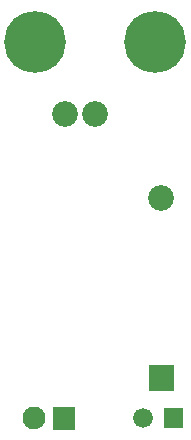
<source format=gbr>
G04 start of page 6 for group -4062 idx -4062 *
G04 Title: (unknown), soldermask *
G04 Creator: pcb 20110918 *
G04 CreationDate: Wed Mar  6 22:43:16 2013 UTC *
G04 For: fosse *
G04 Format: Gerber/RS-274X *
G04 PCB-Dimensions: 600000 500000 *
G04 PCB-Coordinate-Origin: lower left *
%MOIN*%
%FSLAX25Y25*%
%LNBOTTOMMASK*%
%ADD54C,0.0760*%
%ADD53C,0.2060*%
%ADD52C,0.0860*%
%ADD51C,0.0660*%
%ADD50C,0.0001*%
G54D50*G36*
X67700Y352300D02*Y343700D01*
X76300D01*
Y352300D01*
X67700D01*
G37*
G36*
X35700Y338300D02*Y330700D01*
X43300D01*
Y338300D01*
X35700D01*
G37*
G54D51*X66000Y334500D03*
G54D52*X40000Y436000D03*
G54D53*X30000Y460000D03*
G54D52*X50000Y436000D03*
G54D53*X70000Y460000D03*
G54D52*X72000Y408000D03*
G54D54*X29500Y334500D03*
G54D50*G36*
X72700Y337800D02*Y331200D01*
X79300D01*
Y337800D01*
X72700D01*
G37*
M02*

</source>
